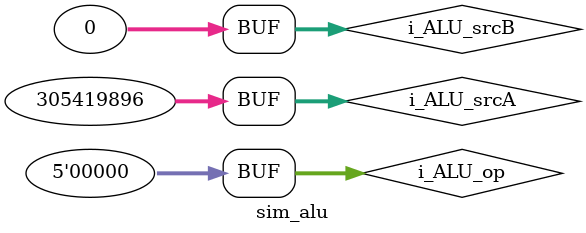
<source format=v>
`timescale 1ns / 1ps

module sim_alu();

reg [31:0] i_ALU_srcA, i_ALU_srcB;
reg [4:0] i_ALU_op;

wire [31:0] o_ALU_aluOut;

parameter OP_ADD = 5'd1;
parameter OP_SUB = 5'd2;
parameter OP_AND = 5'd3;
parameter OP_OR = 5'd4;
parameter OP_XOR = 5'd5;
parameter OP_NOR = 5'd6;
parameter OP_CMP = 5'd7;
parameter OP_CMPU = 5'd8;
parameter OP_SL = 5'd9;
parameter OP_SR = 5'd10;
parameter OP_SRA = 5'd11;
parameter OP_LUI = 5'd12;
parameter OP_XAL = 5'd13;

ALU U_alu(
	.i_ALU_srcA(i_ALU_srcA),
	.i_ALU_srcB(i_ALU_srcB),
	.i_ALU_op(i_ALU_op),
	.o_ALU_aluOut(o_ALU_aluOut)
	);

initial begin
	i_ALU_op = OP_ADD;
	i_ALU_srcA = 32'h123;
	i_ALU_srcB = 32'h456;
	#10;
	i_ALU_op = OP_ADD;
	i_ALU_srcA = 32'h123;
	i_ALU_srcB = 32'h456;
	#10;
	i_ALU_op = OP_ADD;
	i_ALU_srcA = 32'hfffffffa;
	i_ALU_srcB = 32'h0000000b;
	#10;
	i_ALU_op = OP_SUB;
	i_ALU_srcA = 32'h456;
	i_ALU_srcB = 32'h123;
	#10;
	i_ALU_op = OP_SUB;
	i_ALU_srcA = 32'h123;
	i_ALU_srcB = 32'h123;
	#10;
	i_ALU_op = OP_SUB;
	i_ALU_srcA = 32'h123;
	i_ALU_srcB = 32'h456;
	#10;
	i_ALU_op = OP_AND;
	i_ALU_srcA = 32'hacaccaca;
	i_ALU_srcB = 32'hcacaacac;
	#10;
	i_ALU_op = OP_OR;
	i_ALU_srcA = 32'hacaccaca;
	i_ALU_srcB = 32'hcacaacac;
	#10;
	i_ALU_op = OP_XOR;
	i_ALU_srcA = 32'hacaccaca;
	i_ALU_srcB = 32'hcacaacac;
	#10;
	i_ALU_op = OP_NOR;
	i_ALU_srcA = 32'hacaccaca;
	i_ALU_srcB = 32'hcacaacac;
	#10;
	i_ALU_op = OP_CMPU;
	i_ALU_srcA = 32'h12345678;
	i_ALU_srcB = 32'h87654321;
	#10;
	i_ALU_op = OP_CMPU;
	i_ALU_srcA = 32'h12345678;
	i_ALU_srcB = 32'h12345678;
	#10;
	i_ALU_op = OP_CMPU;
	i_ALU_srcA = 32'h12345678;
	i_ALU_srcB = 32'h12345677;
	#10;
	i_ALU_op = OP_CMP;
	i_ALU_srcA = 32'h12345678;
	i_ALU_srcB = 32'h87654321;
	#10;
	i_ALU_op = OP_CMP;
	i_ALU_srcA = 32'hffffffff;
	i_ALU_srcB = 32'hfffffff0;
	#10;
	i_ALU_op = OP_CMP;
	i_ALU_srcA = 32'hffffffff;
	i_ALU_srcB = 32'hffffffff;
	#10;
	i_ALU_op = OP_CMP;
	i_ALU_srcA = 32'hffffffff;
	i_ALU_srcB = 32'h00000000;
	#10;
	i_ALU_op = OP_SL;
	i_ALU_srcA = 32'h3;
	i_ALU_srcB = 32'h12345678;
	#10;
	i_ALU_op = OP_SR;
	i_ALU_srcA = 32'h5;
	i_ALU_srcB = 32'h12345678;
	#10;
	i_ALU_op = OP_SRA;
	i_ALU_srcA = 32'h5;
	i_ALU_srcB = 32'h12345678;
	#10;
	i_ALU_op = OP_SRA;
	i_ALU_srcA = 32'h5;
	i_ALU_srcB = 32'hf2345678;
	#10;
	i_ALU_op = OP_LUI;
	i_ALU_srcA = 32'h00000000;
	i_ALU_srcB = 32'h12345678;
	#10;
	i_ALU_op = OP_XAL;
	i_ALU_srcA = 32'h12345678;
	i_ALU_srcB = 32'h00000000;
	#10;
	i_ALU_op = 32'b0;
end

endmodule
</source>
